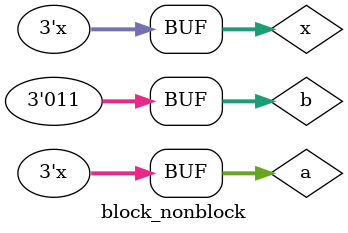
<source format=v>
module block_nonblock();

reg [2:0]a= 3'b101;
reg [2:0]b= 3'b110;
reg [2:0]x= 3'b100;

initial begin
b<=3;
a<=b;
x<=a;
end

endmodule


</source>
